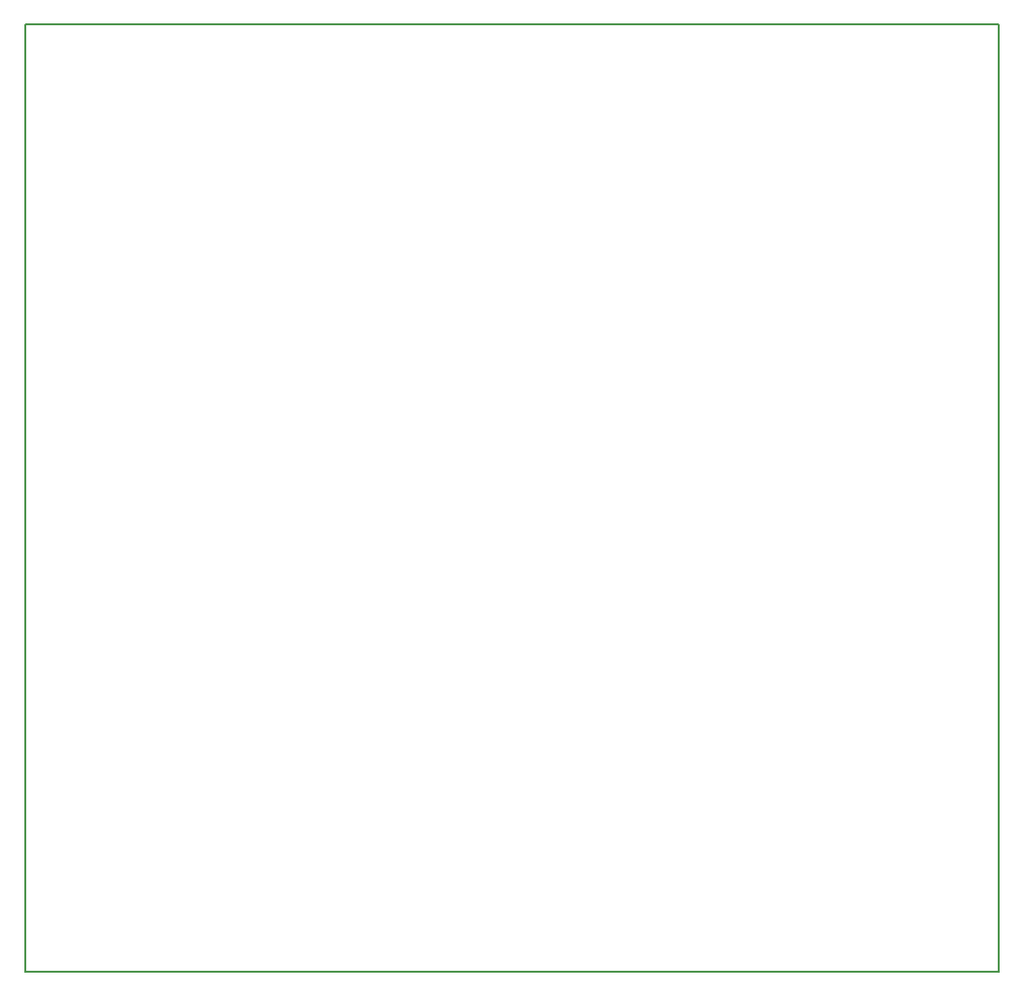
<source format=gbr>
G04 #@! TF.GenerationSoftware,KiCad,Pcbnew,5.0.2-bee76a0~70~ubuntu18.04.1*
G04 #@! TF.CreationDate,2019-07-28T20:14:29-04:00*
G04 #@! TF.ProjectId,knuth-gateway,6b6e7574-682d-4676-9174-657761792e6b,rev?*
G04 #@! TF.SameCoordinates,Original*
G04 #@! TF.FileFunction,Profile,NP*
%FSLAX46Y46*%
G04 Gerber Fmt 4.6, Leading zero omitted, Abs format (unit mm)*
G04 Created by KiCad (PCBNEW 5.0.2-bee76a0~70~ubuntu18.04.1) date Sun 28 Jul 2019 08:14:29 PM EDT*
%MOMM*%
%LPD*%
G01*
G04 APERTURE LIST*
%ADD10C,0.200000*%
G04 APERTURE END LIST*
D10*
X72263000Y-82550000D02*
X74676000Y-82550000D01*
X72263000Y-165100000D02*
X72263000Y-82550000D01*
X74676000Y-165100000D02*
X72263000Y-165100000D01*
X156972000Y-165100000D02*
X74676000Y-165100000D01*
X156972000Y-82550000D02*
X156972000Y-165100000D01*
X156972000Y-82550000D02*
X74676000Y-82550000D01*
M02*

</source>
